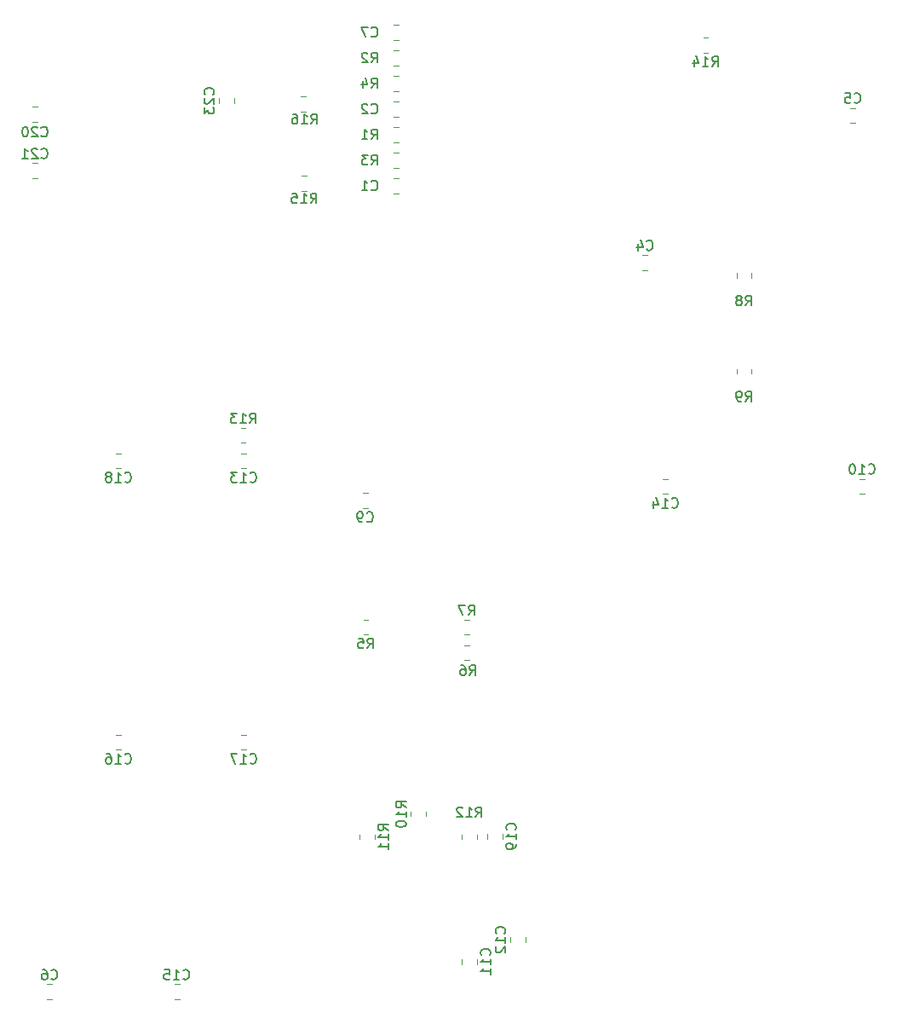
<source format=gbr>
%TF.GenerationSoftware,KiCad,Pcbnew,(5.1.9)-1*%
%TF.CreationDate,2021-05-09T07:52:10-04:00*%
%TF.ProjectId,cpu2,63707532-2e6b-4696-9361-645f70636258,rev?*%
%TF.SameCoordinates,Original*%
%TF.FileFunction,Legend,Bot*%
%TF.FilePolarity,Positive*%
%FSLAX46Y46*%
G04 Gerber Fmt 4.6, Leading zero omitted, Abs format (unit mm)*
G04 Created by KiCad (PCBNEW (5.1.9)-1) date 2021-05-09 07:52:10*
%MOMM*%
%LPD*%
G01*
G04 APERTURE LIST*
%ADD10C,0.120000*%
%ADD11C,0.150000*%
G04 APERTURE END LIST*
D10*
%TO.C,R16*%
X59917064Y-30707000D02*
X59462936Y-30707000D01*
X59917064Y-29237000D02*
X59462936Y-29237000D01*
%TO.C,R15*%
X60020564Y-38581000D02*
X59566436Y-38581000D01*
X60020564Y-37111000D02*
X59566436Y-37111000D01*
%TO.C,R14*%
X99467936Y-23395000D02*
X99922064Y-23395000D01*
X99467936Y-24865000D02*
X99922064Y-24865000D01*
%TO.C,C23*%
X51335000Y-29390748D02*
X51335000Y-29913252D01*
X52805000Y-29390748D02*
X52805000Y-29913252D01*
%TO.C,C21*%
X32758748Y-35841000D02*
X33281252Y-35841000D01*
X32758748Y-37311000D02*
X33281252Y-37311000D01*
%TO.C,C20*%
X32758748Y-30253000D02*
X33281252Y-30253000D01*
X32758748Y-31723000D02*
X33281252Y-31723000D01*
%TO.C,C19*%
X78005000Y-102943252D02*
X78005000Y-102420748D01*
X79475000Y-102943252D02*
X79475000Y-102420748D01*
%TO.C,C18*%
X41074748Y-64670000D02*
X41597252Y-64670000D01*
X41074748Y-66140000D02*
X41597252Y-66140000D01*
%TO.C,C17*%
X53520748Y-92610000D02*
X54043252Y-92610000D01*
X53520748Y-94080000D02*
X54043252Y-94080000D01*
%TO.C,C16*%
X41074748Y-92610000D02*
X41597252Y-92610000D01*
X41074748Y-94080000D02*
X41597252Y-94080000D01*
%TO.C,C15*%
X46916748Y-117375000D02*
X47439252Y-117375000D01*
X46916748Y-118845000D02*
X47439252Y-118845000D01*
%TO.C,C14*%
X95435748Y-68680000D02*
X95958252Y-68680000D01*
X95435748Y-67210000D02*
X95958252Y-67210000D01*
%TO.C,C13*%
X53520748Y-64670000D02*
X54043252Y-64670000D01*
X53520748Y-66140000D02*
X54043252Y-66140000D01*
%TO.C,C12*%
X80291000Y-112702748D02*
X80291000Y-113225252D01*
X81761000Y-112702748D02*
X81761000Y-113225252D01*
%TO.C,C11*%
X75465000Y-115389252D02*
X75465000Y-114866748D01*
X76935000Y-115389252D02*
X76935000Y-114866748D01*
%TO.C,C10*%
X115511252Y-68680000D02*
X114988748Y-68680000D01*
X115511252Y-67210000D02*
X114988748Y-67210000D01*
%TO.C,C9*%
X65585748Y-68607000D02*
X66108252Y-68607000D01*
X65585748Y-70077000D02*
X66108252Y-70077000D01*
%TO.C,R9*%
X104240000Y-56287936D02*
X104240000Y-56742064D01*
X102770000Y-56287936D02*
X102770000Y-56742064D01*
%TO.C,R13*%
X53971564Y-63600000D02*
X53517436Y-63600000D01*
X53971564Y-62130000D02*
X53517436Y-62130000D01*
%TO.C,R12*%
X75465000Y-102947064D02*
X75465000Y-102492936D01*
X76935000Y-102947064D02*
X76935000Y-102492936D01*
%TO.C,R11*%
X65305000Y-102947064D02*
X65305000Y-102492936D01*
X66775000Y-102947064D02*
X66775000Y-102492936D01*
%TO.C,R10*%
X71855000Y-100252936D02*
X71855000Y-100707064D01*
X70385000Y-100252936D02*
X70385000Y-100707064D01*
%TO.C,R8*%
X104240000Y-46762936D02*
X104240000Y-47217064D01*
X102770000Y-46762936D02*
X102770000Y-47217064D01*
%TO.C,R7*%
X76196564Y-82650000D02*
X75742436Y-82650000D01*
X76196564Y-81180000D02*
X75742436Y-81180000D01*
%TO.C,R6*%
X76196564Y-85190000D02*
X75742436Y-85190000D01*
X76196564Y-83720000D02*
X75742436Y-83720000D01*
%TO.C,R5*%
X65685936Y-81180000D02*
X66140064Y-81180000D01*
X65685936Y-82650000D02*
X66140064Y-82650000D01*
%TO.C,R4*%
X69164564Y-28675000D02*
X68710436Y-28675000D01*
X69164564Y-27205000D02*
X68710436Y-27205000D01*
%TO.C,R3*%
X69164564Y-38835000D02*
X68710436Y-38835000D01*
X69164564Y-37365000D02*
X68710436Y-37365000D01*
%TO.C,R2*%
X69164564Y-26135000D02*
X68710436Y-26135000D01*
X69164564Y-24665000D02*
X68710436Y-24665000D01*
%TO.C,R1*%
X69164564Y-33755000D02*
X68710436Y-33755000D01*
X69164564Y-32285000D02*
X68710436Y-32285000D01*
%TO.C,C7*%
X69161252Y-23595000D02*
X68638748Y-23595000D01*
X69161252Y-22125000D02*
X68638748Y-22125000D01*
%TO.C,C6*%
X34216748Y-117375000D02*
X34739252Y-117375000D01*
X34216748Y-118845000D02*
X34739252Y-118845000D01*
%TO.C,C5*%
X114561252Y-31850000D02*
X114038748Y-31850000D01*
X114561252Y-30380000D02*
X114038748Y-30380000D01*
%TO.C,C4*%
X93926252Y-46455000D02*
X93403748Y-46455000D01*
X93926252Y-44985000D02*
X93403748Y-44985000D01*
%TO.C,C2*%
X68638748Y-29745000D02*
X69161252Y-29745000D01*
X68638748Y-31215000D02*
X69161252Y-31215000D01*
%TO.C,C1*%
X68638748Y-34825000D02*
X69161252Y-34825000D01*
X68638748Y-36295000D02*
X69161252Y-36295000D01*
%TO.C,R16*%
D11*
X60483357Y-31948380D02*
X60816690Y-31472190D01*
X61054785Y-31948380D02*
X61054785Y-30948380D01*
X60673833Y-30948380D01*
X60578595Y-30996000D01*
X60530976Y-31043619D01*
X60483357Y-31138857D01*
X60483357Y-31281714D01*
X60530976Y-31376952D01*
X60578595Y-31424571D01*
X60673833Y-31472190D01*
X61054785Y-31472190D01*
X59530976Y-31948380D02*
X60102404Y-31948380D01*
X59816690Y-31948380D02*
X59816690Y-30948380D01*
X59911928Y-31091238D01*
X60007166Y-31186476D01*
X60102404Y-31234095D01*
X58673833Y-30948380D02*
X58864309Y-30948380D01*
X58959547Y-30996000D01*
X59007166Y-31043619D01*
X59102404Y-31186476D01*
X59150023Y-31376952D01*
X59150023Y-31757904D01*
X59102404Y-31853142D01*
X59054785Y-31900761D01*
X58959547Y-31948380D01*
X58769071Y-31948380D01*
X58673833Y-31900761D01*
X58626214Y-31853142D01*
X58578595Y-31757904D01*
X58578595Y-31519809D01*
X58626214Y-31424571D01*
X58673833Y-31376952D01*
X58769071Y-31329333D01*
X58959547Y-31329333D01*
X59054785Y-31376952D01*
X59102404Y-31424571D01*
X59150023Y-31519809D01*
%TO.C,R15*%
X60436357Y-39822380D02*
X60769690Y-39346190D01*
X61007785Y-39822380D02*
X61007785Y-38822380D01*
X60626833Y-38822380D01*
X60531595Y-38870000D01*
X60483976Y-38917619D01*
X60436357Y-39012857D01*
X60436357Y-39155714D01*
X60483976Y-39250952D01*
X60531595Y-39298571D01*
X60626833Y-39346190D01*
X61007785Y-39346190D01*
X59483976Y-39822380D02*
X60055404Y-39822380D01*
X59769690Y-39822380D02*
X59769690Y-38822380D01*
X59864928Y-38965238D01*
X59960166Y-39060476D01*
X60055404Y-39108095D01*
X58579214Y-38822380D02*
X59055404Y-38822380D01*
X59103023Y-39298571D01*
X59055404Y-39250952D01*
X58960166Y-39203333D01*
X58722071Y-39203333D01*
X58626833Y-39250952D01*
X58579214Y-39298571D01*
X58531595Y-39393809D01*
X58531595Y-39631904D01*
X58579214Y-39727142D01*
X58626833Y-39774761D01*
X58722071Y-39822380D01*
X58960166Y-39822380D01*
X59055404Y-39774761D01*
X59103023Y-39727142D01*
%TO.C,R14*%
X100337857Y-26232380D02*
X100671190Y-25756190D01*
X100909285Y-26232380D02*
X100909285Y-25232380D01*
X100528333Y-25232380D01*
X100433095Y-25280000D01*
X100385476Y-25327619D01*
X100337857Y-25422857D01*
X100337857Y-25565714D01*
X100385476Y-25660952D01*
X100433095Y-25708571D01*
X100528333Y-25756190D01*
X100909285Y-25756190D01*
X99385476Y-26232380D02*
X99956904Y-26232380D01*
X99671190Y-26232380D02*
X99671190Y-25232380D01*
X99766428Y-25375238D01*
X99861666Y-25470476D01*
X99956904Y-25518095D01*
X98528333Y-25565714D02*
X98528333Y-26232380D01*
X98766428Y-25184761D02*
X99004523Y-25899047D01*
X98385476Y-25899047D01*
%TO.C,C23*%
X50747142Y-29009142D02*
X50794761Y-28961523D01*
X50842380Y-28818666D01*
X50842380Y-28723428D01*
X50794761Y-28580571D01*
X50699523Y-28485333D01*
X50604285Y-28437714D01*
X50413809Y-28390095D01*
X50270952Y-28390095D01*
X50080476Y-28437714D01*
X49985238Y-28485333D01*
X49890000Y-28580571D01*
X49842380Y-28723428D01*
X49842380Y-28818666D01*
X49890000Y-28961523D01*
X49937619Y-29009142D01*
X49937619Y-29390095D02*
X49890000Y-29437714D01*
X49842380Y-29532952D01*
X49842380Y-29771047D01*
X49890000Y-29866285D01*
X49937619Y-29913904D01*
X50032857Y-29961523D01*
X50128095Y-29961523D01*
X50270952Y-29913904D01*
X50842380Y-29342476D01*
X50842380Y-29961523D01*
X49842380Y-30294857D02*
X49842380Y-30913904D01*
X50223333Y-30580571D01*
X50223333Y-30723428D01*
X50270952Y-30818666D01*
X50318571Y-30866285D01*
X50413809Y-30913904D01*
X50651904Y-30913904D01*
X50747142Y-30866285D01*
X50794761Y-30818666D01*
X50842380Y-30723428D01*
X50842380Y-30437714D01*
X50794761Y-30342476D01*
X50747142Y-30294857D01*
%TO.C,C21*%
X33662857Y-35282142D02*
X33710476Y-35329761D01*
X33853333Y-35377380D01*
X33948571Y-35377380D01*
X34091428Y-35329761D01*
X34186666Y-35234523D01*
X34234285Y-35139285D01*
X34281904Y-34948809D01*
X34281904Y-34805952D01*
X34234285Y-34615476D01*
X34186666Y-34520238D01*
X34091428Y-34425000D01*
X33948571Y-34377380D01*
X33853333Y-34377380D01*
X33710476Y-34425000D01*
X33662857Y-34472619D01*
X33281904Y-34472619D02*
X33234285Y-34425000D01*
X33139047Y-34377380D01*
X32900952Y-34377380D01*
X32805714Y-34425000D01*
X32758095Y-34472619D01*
X32710476Y-34567857D01*
X32710476Y-34663095D01*
X32758095Y-34805952D01*
X33329523Y-35377380D01*
X32710476Y-35377380D01*
X31758095Y-35377380D02*
X32329523Y-35377380D01*
X32043809Y-35377380D02*
X32043809Y-34377380D01*
X32139047Y-34520238D01*
X32234285Y-34615476D01*
X32329523Y-34663095D01*
%TO.C,C20*%
X33662857Y-33123142D02*
X33710476Y-33170761D01*
X33853333Y-33218380D01*
X33948571Y-33218380D01*
X34091428Y-33170761D01*
X34186666Y-33075523D01*
X34234285Y-32980285D01*
X34281904Y-32789809D01*
X34281904Y-32646952D01*
X34234285Y-32456476D01*
X34186666Y-32361238D01*
X34091428Y-32266000D01*
X33948571Y-32218380D01*
X33853333Y-32218380D01*
X33710476Y-32266000D01*
X33662857Y-32313619D01*
X33281904Y-32313619D02*
X33234285Y-32266000D01*
X33139047Y-32218380D01*
X32900952Y-32218380D01*
X32805714Y-32266000D01*
X32758095Y-32313619D01*
X32710476Y-32408857D01*
X32710476Y-32504095D01*
X32758095Y-32646952D01*
X33329523Y-33218380D01*
X32710476Y-33218380D01*
X32091428Y-32218380D02*
X31996190Y-32218380D01*
X31900952Y-32266000D01*
X31853333Y-32313619D01*
X31805714Y-32408857D01*
X31758095Y-32599333D01*
X31758095Y-32837428D01*
X31805714Y-33027904D01*
X31853333Y-33123142D01*
X31900952Y-33170761D01*
X31996190Y-33218380D01*
X32091428Y-33218380D01*
X32186666Y-33170761D01*
X32234285Y-33123142D01*
X32281904Y-33027904D01*
X32329523Y-32837428D01*
X32329523Y-32599333D01*
X32281904Y-32408857D01*
X32234285Y-32313619D01*
X32186666Y-32266000D01*
X32091428Y-32218380D01*
%TO.C,C19*%
X80777142Y-102039142D02*
X80824761Y-101991523D01*
X80872380Y-101848666D01*
X80872380Y-101753428D01*
X80824761Y-101610571D01*
X80729523Y-101515333D01*
X80634285Y-101467714D01*
X80443809Y-101420095D01*
X80300952Y-101420095D01*
X80110476Y-101467714D01*
X80015238Y-101515333D01*
X79920000Y-101610571D01*
X79872380Y-101753428D01*
X79872380Y-101848666D01*
X79920000Y-101991523D01*
X79967619Y-102039142D01*
X80872380Y-102991523D02*
X80872380Y-102420095D01*
X80872380Y-102705809D02*
X79872380Y-102705809D01*
X80015238Y-102610571D01*
X80110476Y-102515333D01*
X80158095Y-102420095D01*
X80872380Y-103467714D02*
X80872380Y-103658190D01*
X80824761Y-103753428D01*
X80777142Y-103801047D01*
X80634285Y-103896285D01*
X80443809Y-103943904D01*
X80062857Y-103943904D01*
X79967619Y-103896285D01*
X79920000Y-103848666D01*
X79872380Y-103753428D01*
X79872380Y-103562952D01*
X79920000Y-103467714D01*
X79967619Y-103420095D01*
X80062857Y-103372476D01*
X80300952Y-103372476D01*
X80396190Y-103420095D01*
X80443809Y-103467714D01*
X80491428Y-103562952D01*
X80491428Y-103753428D01*
X80443809Y-103848666D01*
X80396190Y-103896285D01*
X80300952Y-103943904D01*
%TO.C,C18*%
X41978857Y-67442142D02*
X42026476Y-67489761D01*
X42169333Y-67537380D01*
X42264571Y-67537380D01*
X42407428Y-67489761D01*
X42502666Y-67394523D01*
X42550285Y-67299285D01*
X42597904Y-67108809D01*
X42597904Y-66965952D01*
X42550285Y-66775476D01*
X42502666Y-66680238D01*
X42407428Y-66585000D01*
X42264571Y-66537380D01*
X42169333Y-66537380D01*
X42026476Y-66585000D01*
X41978857Y-66632619D01*
X41026476Y-67537380D02*
X41597904Y-67537380D01*
X41312190Y-67537380D02*
X41312190Y-66537380D01*
X41407428Y-66680238D01*
X41502666Y-66775476D01*
X41597904Y-66823095D01*
X40455047Y-66965952D02*
X40550285Y-66918333D01*
X40597904Y-66870714D01*
X40645523Y-66775476D01*
X40645523Y-66727857D01*
X40597904Y-66632619D01*
X40550285Y-66585000D01*
X40455047Y-66537380D01*
X40264571Y-66537380D01*
X40169333Y-66585000D01*
X40121714Y-66632619D01*
X40074095Y-66727857D01*
X40074095Y-66775476D01*
X40121714Y-66870714D01*
X40169333Y-66918333D01*
X40264571Y-66965952D01*
X40455047Y-66965952D01*
X40550285Y-67013571D01*
X40597904Y-67061190D01*
X40645523Y-67156428D01*
X40645523Y-67346904D01*
X40597904Y-67442142D01*
X40550285Y-67489761D01*
X40455047Y-67537380D01*
X40264571Y-67537380D01*
X40169333Y-67489761D01*
X40121714Y-67442142D01*
X40074095Y-67346904D01*
X40074095Y-67156428D01*
X40121714Y-67061190D01*
X40169333Y-67013571D01*
X40264571Y-66965952D01*
%TO.C,C17*%
X54424857Y-95382142D02*
X54472476Y-95429761D01*
X54615333Y-95477380D01*
X54710571Y-95477380D01*
X54853428Y-95429761D01*
X54948666Y-95334523D01*
X54996285Y-95239285D01*
X55043904Y-95048809D01*
X55043904Y-94905952D01*
X54996285Y-94715476D01*
X54948666Y-94620238D01*
X54853428Y-94525000D01*
X54710571Y-94477380D01*
X54615333Y-94477380D01*
X54472476Y-94525000D01*
X54424857Y-94572619D01*
X53472476Y-95477380D02*
X54043904Y-95477380D01*
X53758190Y-95477380D02*
X53758190Y-94477380D01*
X53853428Y-94620238D01*
X53948666Y-94715476D01*
X54043904Y-94763095D01*
X53139142Y-94477380D02*
X52472476Y-94477380D01*
X52901047Y-95477380D01*
%TO.C,C16*%
X41978857Y-95382142D02*
X42026476Y-95429761D01*
X42169333Y-95477380D01*
X42264571Y-95477380D01*
X42407428Y-95429761D01*
X42502666Y-95334523D01*
X42550285Y-95239285D01*
X42597904Y-95048809D01*
X42597904Y-94905952D01*
X42550285Y-94715476D01*
X42502666Y-94620238D01*
X42407428Y-94525000D01*
X42264571Y-94477380D01*
X42169333Y-94477380D01*
X42026476Y-94525000D01*
X41978857Y-94572619D01*
X41026476Y-95477380D02*
X41597904Y-95477380D01*
X41312190Y-95477380D02*
X41312190Y-94477380D01*
X41407428Y-94620238D01*
X41502666Y-94715476D01*
X41597904Y-94763095D01*
X40169333Y-94477380D02*
X40359809Y-94477380D01*
X40455047Y-94525000D01*
X40502666Y-94572619D01*
X40597904Y-94715476D01*
X40645523Y-94905952D01*
X40645523Y-95286904D01*
X40597904Y-95382142D01*
X40550285Y-95429761D01*
X40455047Y-95477380D01*
X40264571Y-95477380D01*
X40169333Y-95429761D01*
X40121714Y-95382142D01*
X40074095Y-95286904D01*
X40074095Y-95048809D01*
X40121714Y-94953571D01*
X40169333Y-94905952D01*
X40264571Y-94858333D01*
X40455047Y-94858333D01*
X40550285Y-94905952D01*
X40597904Y-94953571D01*
X40645523Y-95048809D01*
%TO.C,C15*%
X47759857Y-116816142D02*
X47807476Y-116863761D01*
X47950333Y-116911380D01*
X48045571Y-116911380D01*
X48188428Y-116863761D01*
X48283666Y-116768523D01*
X48331285Y-116673285D01*
X48378904Y-116482809D01*
X48378904Y-116339952D01*
X48331285Y-116149476D01*
X48283666Y-116054238D01*
X48188428Y-115959000D01*
X48045571Y-115911380D01*
X47950333Y-115911380D01*
X47807476Y-115959000D01*
X47759857Y-116006619D01*
X46807476Y-116911380D02*
X47378904Y-116911380D01*
X47093190Y-116911380D02*
X47093190Y-115911380D01*
X47188428Y-116054238D01*
X47283666Y-116149476D01*
X47378904Y-116197095D01*
X45902714Y-115911380D02*
X46378904Y-115911380D01*
X46426523Y-116387571D01*
X46378904Y-116339952D01*
X46283666Y-116292333D01*
X46045571Y-116292333D01*
X45950333Y-116339952D01*
X45902714Y-116387571D01*
X45855095Y-116482809D01*
X45855095Y-116720904D01*
X45902714Y-116816142D01*
X45950333Y-116863761D01*
X46045571Y-116911380D01*
X46283666Y-116911380D01*
X46378904Y-116863761D01*
X46426523Y-116816142D01*
%TO.C,C14*%
X96339857Y-69982142D02*
X96387476Y-70029761D01*
X96530333Y-70077380D01*
X96625571Y-70077380D01*
X96768428Y-70029761D01*
X96863666Y-69934523D01*
X96911285Y-69839285D01*
X96958904Y-69648809D01*
X96958904Y-69505952D01*
X96911285Y-69315476D01*
X96863666Y-69220238D01*
X96768428Y-69125000D01*
X96625571Y-69077380D01*
X96530333Y-69077380D01*
X96387476Y-69125000D01*
X96339857Y-69172619D01*
X95387476Y-70077380D02*
X95958904Y-70077380D01*
X95673190Y-70077380D02*
X95673190Y-69077380D01*
X95768428Y-69220238D01*
X95863666Y-69315476D01*
X95958904Y-69363095D01*
X94530333Y-69410714D02*
X94530333Y-70077380D01*
X94768428Y-69029761D02*
X95006523Y-69744047D01*
X94387476Y-69744047D01*
%TO.C,C13*%
X54424857Y-67442142D02*
X54472476Y-67489761D01*
X54615333Y-67537380D01*
X54710571Y-67537380D01*
X54853428Y-67489761D01*
X54948666Y-67394523D01*
X54996285Y-67299285D01*
X55043904Y-67108809D01*
X55043904Y-66965952D01*
X54996285Y-66775476D01*
X54948666Y-66680238D01*
X54853428Y-66585000D01*
X54710571Y-66537380D01*
X54615333Y-66537380D01*
X54472476Y-66585000D01*
X54424857Y-66632619D01*
X53472476Y-67537380D02*
X54043904Y-67537380D01*
X53758190Y-67537380D02*
X53758190Y-66537380D01*
X53853428Y-66680238D01*
X53948666Y-66775476D01*
X54043904Y-66823095D01*
X53139142Y-66537380D02*
X52520095Y-66537380D01*
X52853428Y-66918333D01*
X52710571Y-66918333D01*
X52615333Y-66965952D01*
X52567714Y-67013571D01*
X52520095Y-67108809D01*
X52520095Y-67346904D01*
X52567714Y-67442142D01*
X52615333Y-67489761D01*
X52710571Y-67537380D01*
X52996285Y-67537380D01*
X53091523Y-67489761D01*
X53139142Y-67442142D01*
%TO.C,C12*%
X79703142Y-112321142D02*
X79750761Y-112273523D01*
X79798380Y-112130666D01*
X79798380Y-112035428D01*
X79750761Y-111892571D01*
X79655523Y-111797333D01*
X79560285Y-111749714D01*
X79369809Y-111702095D01*
X79226952Y-111702095D01*
X79036476Y-111749714D01*
X78941238Y-111797333D01*
X78846000Y-111892571D01*
X78798380Y-112035428D01*
X78798380Y-112130666D01*
X78846000Y-112273523D01*
X78893619Y-112321142D01*
X79798380Y-113273523D02*
X79798380Y-112702095D01*
X79798380Y-112987809D02*
X78798380Y-112987809D01*
X78941238Y-112892571D01*
X79036476Y-112797333D01*
X79084095Y-112702095D01*
X78893619Y-113654476D02*
X78846000Y-113702095D01*
X78798380Y-113797333D01*
X78798380Y-114035428D01*
X78846000Y-114130666D01*
X78893619Y-114178285D01*
X78988857Y-114225904D01*
X79084095Y-114225904D01*
X79226952Y-114178285D01*
X79798380Y-113606857D01*
X79798380Y-114225904D01*
%TO.C,C11*%
X78237142Y-114485142D02*
X78284761Y-114437523D01*
X78332380Y-114294666D01*
X78332380Y-114199428D01*
X78284761Y-114056571D01*
X78189523Y-113961333D01*
X78094285Y-113913714D01*
X77903809Y-113866095D01*
X77760952Y-113866095D01*
X77570476Y-113913714D01*
X77475238Y-113961333D01*
X77380000Y-114056571D01*
X77332380Y-114199428D01*
X77332380Y-114294666D01*
X77380000Y-114437523D01*
X77427619Y-114485142D01*
X78332380Y-115437523D02*
X78332380Y-114866095D01*
X78332380Y-115151809D02*
X77332380Y-115151809D01*
X77475238Y-115056571D01*
X77570476Y-114961333D01*
X77618095Y-114866095D01*
X78332380Y-116389904D02*
X78332380Y-115818476D01*
X78332380Y-116104190D02*
X77332380Y-116104190D01*
X77475238Y-116008952D01*
X77570476Y-115913714D01*
X77618095Y-115818476D01*
%TO.C,C10*%
X115892857Y-66622142D02*
X115940476Y-66669761D01*
X116083333Y-66717380D01*
X116178571Y-66717380D01*
X116321428Y-66669761D01*
X116416666Y-66574523D01*
X116464285Y-66479285D01*
X116511904Y-66288809D01*
X116511904Y-66145952D01*
X116464285Y-65955476D01*
X116416666Y-65860238D01*
X116321428Y-65765000D01*
X116178571Y-65717380D01*
X116083333Y-65717380D01*
X115940476Y-65765000D01*
X115892857Y-65812619D01*
X114940476Y-66717380D02*
X115511904Y-66717380D01*
X115226190Y-66717380D02*
X115226190Y-65717380D01*
X115321428Y-65860238D01*
X115416666Y-65955476D01*
X115511904Y-66003095D01*
X114321428Y-65717380D02*
X114226190Y-65717380D01*
X114130952Y-65765000D01*
X114083333Y-65812619D01*
X114035714Y-65907857D01*
X113988095Y-66098333D01*
X113988095Y-66336428D01*
X114035714Y-66526904D01*
X114083333Y-66622142D01*
X114130952Y-66669761D01*
X114226190Y-66717380D01*
X114321428Y-66717380D01*
X114416666Y-66669761D01*
X114464285Y-66622142D01*
X114511904Y-66526904D01*
X114559523Y-66336428D01*
X114559523Y-66098333D01*
X114511904Y-65907857D01*
X114464285Y-65812619D01*
X114416666Y-65765000D01*
X114321428Y-65717380D01*
%TO.C,C9*%
X66013666Y-71379142D02*
X66061285Y-71426761D01*
X66204142Y-71474380D01*
X66299380Y-71474380D01*
X66442238Y-71426761D01*
X66537476Y-71331523D01*
X66585095Y-71236285D01*
X66632714Y-71045809D01*
X66632714Y-70902952D01*
X66585095Y-70712476D01*
X66537476Y-70617238D01*
X66442238Y-70522000D01*
X66299380Y-70474380D01*
X66204142Y-70474380D01*
X66061285Y-70522000D01*
X66013666Y-70569619D01*
X65537476Y-71474380D02*
X65347000Y-71474380D01*
X65251761Y-71426761D01*
X65204142Y-71379142D01*
X65108904Y-71236285D01*
X65061285Y-71045809D01*
X65061285Y-70664857D01*
X65108904Y-70569619D01*
X65156523Y-70522000D01*
X65251761Y-70474380D01*
X65442238Y-70474380D01*
X65537476Y-70522000D01*
X65585095Y-70569619D01*
X65632714Y-70664857D01*
X65632714Y-70902952D01*
X65585095Y-70998190D01*
X65537476Y-71045809D01*
X65442238Y-71093428D01*
X65251761Y-71093428D01*
X65156523Y-71045809D01*
X65108904Y-70998190D01*
X65061285Y-70902952D01*
%TO.C,R9*%
X103671666Y-59507380D02*
X104005000Y-59031190D01*
X104243095Y-59507380D02*
X104243095Y-58507380D01*
X103862142Y-58507380D01*
X103766904Y-58555000D01*
X103719285Y-58602619D01*
X103671666Y-58697857D01*
X103671666Y-58840714D01*
X103719285Y-58935952D01*
X103766904Y-58983571D01*
X103862142Y-59031190D01*
X104243095Y-59031190D01*
X103195476Y-59507380D02*
X103005000Y-59507380D01*
X102909761Y-59459761D01*
X102862142Y-59412142D01*
X102766904Y-59269285D01*
X102719285Y-59078809D01*
X102719285Y-58697857D01*
X102766904Y-58602619D01*
X102814523Y-58555000D01*
X102909761Y-58507380D01*
X103100238Y-58507380D01*
X103195476Y-58555000D01*
X103243095Y-58602619D01*
X103290714Y-58697857D01*
X103290714Y-58935952D01*
X103243095Y-59031190D01*
X103195476Y-59078809D01*
X103100238Y-59126428D01*
X102909761Y-59126428D01*
X102814523Y-59078809D01*
X102766904Y-59031190D01*
X102719285Y-58935952D01*
%TO.C,R13*%
X54387357Y-61667380D02*
X54720690Y-61191190D01*
X54958785Y-61667380D02*
X54958785Y-60667380D01*
X54577833Y-60667380D01*
X54482595Y-60715000D01*
X54434976Y-60762619D01*
X54387357Y-60857857D01*
X54387357Y-61000714D01*
X54434976Y-61095952D01*
X54482595Y-61143571D01*
X54577833Y-61191190D01*
X54958785Y-61191190D01*
X53434976Y-61667380D02*
X54006404Y-61667380D01*
X53720690Y-61667380D02*
X53720690Y-60667380D01*
X53815928Y-60810238D01*
X53911166Y-60905476D01*
X54006404Y-60953095D01*
X53101642Y-60667380D02*
X52482595Y-60667380D01*
X52815928Y-61048333D01*
X52673071Y-61048333D01*
X52577833Y-61095952D01*
X52530214Y-61143571D01*
X52482595Y-61238809D01*
X52482595Y-61476904D01*
X52530214Y-61572142D01*
X52577833Y-61619761D01*
X52673071Y-61667380D01*
X52958785Y-61667380D01*
X53054023Y-61619761D01*
X53101642Y-61572142D01*
%TO.C,R12*%
X76842857Y-100782380D02*
X77176190Y-100306190D01*
X77414285Y-100782380D02*
X77414285Y-99782380D01*
X77033333Y-99782380D01*
X76938095Y-99830000D01*
X76890476Y-99877619D01*
X76842857Y-99972857D01*
X76842857Y-100115714D01*
X76890476Y-100210952D01*
X76938095Y-100258571D01*
X77033333Y-100306190D01*
X77414285Y-100306190D01*
X75890476Y-100782380D02*
X76461904Y-100782380D01*
X76176190Y-100782380D02*
X76176190Y-99782380D01*
X76271428Y-99925238D01*
X76366666Y-100020476D01*
X76461904Y-100068095D01*
X75509523Y-99877619D02*
X75461904Y-99830000D01*
X75366666Y-99782380D01*
X75128571Y-99782380D01*
X75033333Y-99830000D01*
X74985714Y-99877619D01*
X74938095Y-99972857D01*
X74938095Y-100068095D01*
X74985714Y-100210952D01*
X75557142Y-100782380D01*
X74938095Y-100782380D01*
%TO.C,R11*%
X68142380Y-102077142D02*
X67666190Y-101743809D01*
X68142380Y-101505714D02*
X67142380Y-101505714D01*
X67142380Y-101886666D01*
X67190000Y-101981904D01*
X67237619Y-102029523D01*
X67332857Y-102077142D01*
X67475714Y-102077142D01*
X67570952Y-102029523D01*
X67618571Y-101981904D01*
X67666190Y-101886666D01*
X67666190Y-101505714D01*
X68142380Y-103029523D02*
X68142380Y-102458095D01*
X68142380Y-102743809D02*
X67142380Y-102743809D01*
X67285238Y-102648571D01*
X67380476Y-102553333D01*
X67428095Y-102458095D01*
X68142380Y-103981904D02*
X68142380Y-103410476D01*
X68142380Y-103696190D02*
X67142380Y-103696190D01*
X67285238Y-103600952D01*
X67380476Y-103505714D01*
X67428095Y-103410476D01*
%TO.C,R10*%
X69921380Y-99837142D02*
X69445190Y-99503809D01*
X69921380Y-99265714D02*
X68921380Y-99265714D01*
X68921380Y-99646666D01*
X68969000Y-99741904D01*
X69016619Y-99789523D01*
X69111857Y-99837142D01*
X69254714Y-99837142D01*
X69349952Y-99789523D01*
X69397571Y-99741904D01*
X69445190Y-99646666D01*
X69445190Y-99265714D01*
X69921380Y-100789523D02*
X69921380Y-100218095D01*
X69921380Y-100503809D02*
X68921380Y-100503809D01*
X69064238Y-100408571D01*
X69159476Y-100313333D01*
X69207095Y-100218095D01*
X68921380Y-101408571D02*
X68921380Y-101503809D01*
X68969000Y-101599047D01*
X69016619Y-101646666D01*
X69111857Y-101694285D01*
X69302333Y-101741904D01*
X69540428Y-101741904D01*
X69730904Y-101694285D01*
X69826142Y-101646666D01*
X69873761Y-101599047D01*
X69921380Y-101503809D01*
X69921380Y-101408571D01*
X69873761Y-101313333D01*
X69826142Y-101265714D01*
X69730904Y-101218095D01*
X69540428Y-101170476D01*
X69302333Y-101170476D01*
X69111857Y-101218095D01*
X69016619Y-101265714D01*
X68969000Y-101313333D01*
X68921380Y-101408571D01*
%TO.C,R8*%
X103671666Y-49982380D02*
X104005000Y-49506190D01*
X104243095Y-49982380D02*
X104243095Y-48982380D01*
X103862142Y-48982380D01*
X103766904Y-49030000D01*
X103719285Y-49077619D01*
X103671666Y-49172857D01*
X103671666Y-49315714D01*
X103719285Y-49410952D01*
X103766904Y-49458571D01*
X103862142Y-49506190D01*
X104243095Y-49506190D01*
X103100238Y-49410952D02*
X103195476Y-49363333D01*
X103243095Y-49315714D01*
X103290714Y-49220476D01*
X103290714Y-49172857D01*
X103243095Y-49077619D01*
X103195476Y-49030000D01*
X103100238Y-48982380D01*
X102909761Y-48982380D01*
X102814523Y-49030000D01*
X102766904Y-49077619D01*
X102719285Y-49172857D01*
X102719285Y-49220476D01*
X102766904Y-49315714D01*
X102814523Y-49363333D01*
X102909761Y-49410952D01*
X103100238Y-49410952D01*
X103195476Y-49458571D01*
X103243095Y-49506190D01*
X103290714Y-49601428D01*
X103290714Y-49791904D01*
X103243095Y-49887142D01*
X103195476Y-49934761D01*
X103100238Y-49982380D01*
X102909761Y-49982380D01*
X102814523Y-49934761D01*
X102766904Y-49887142D01*
X102719285Y-49791904D01*
X102719285Y-49601428D01*
X102766904Y-49506190D01*
X102814523Y-49458571D01*
X102909761Y-49410952D01*
%TO.C,R7*%
X76136166Y-80717380D02*
X76469500Y-80241190D01*
X76707595Y-80717380D02*
X76707595Y-79717380D01*
X76326642Y-79717380D01*
X76231404Y-79765000D01*
X76183785Y-79812619D01*
X76136166Y-79907857D01*
X76136166Y-80050714D01*
X76183785Y-80145952D01*
X76231404Y-80193571D01*
X76326642Y-80241190D01*
X76707595Y-80241190D01*
X75802833Y-79717380D02*
X75136166Y-79717380D01*
X75564738Y-80717380D01*
%TO.C,R6*%
X76239666Y-86685380D02*
X76573000Y-86209190D01*
X76811095Y-86685380D02*
X76811095Y-85685380D01*
X76430142Y-85685380D01*
X76334904Y-85733000D01*
X76287285Y-85780619D01*
X76239666Y-85875857D01*
X76239666Y-86018714D01*
X76287285Y-86113952D01*
X76334904Y-86161571D01*
X76430142Y-86209190D01*
X76811095Y-86209190D01*
X75382523Y-85685380D02*
X75573000Y-85685380D01*
X75668238Y-85733000D01*
X75715857Y-85780619D01*
X75811095Y-85923476D01*
X75858714Y-86113952D01*
X75858714Y-86494904D01*
X75811095Y-86590142D01*
X75763476Y-86637761D01*
X75668238Y-86685380D01*
X75477761Y-86685380D01*
X75382523Y-86637761D01*
X75334904Y-86590142D01*
X75287285Y-86494904D01*
X75287285Y-86256809D01*
X75334904Y-86161571D01*
X75382523Y-86113952D01*
X75477761Y-86066333D01*
X75668238Y-86066333D01*
X75763476Y-86113952D01*
X75811095Y-86161571D01*
X75858714Y-86256809D01*
%TO.C,R5*%
X66079666Y-84017380D02*
X66413000Y-83541190D01*
X66651095Y-84017380D02*
X66651095Y-83017380D01*
X66270142Y-83017380D01*
X66174904Y-83065000D01*
X66127285Y-83112619D01*
X66079666Y-83207857D01*
X66079666Y-83350714D01*
X66127285Y-83445952D01*
X66174904Y-83493571D01*
X66270142Y-83541190D01*
X66651095Y-83541190D01*
X65174904Y-83017380D02*
X65651095Y-83017380D01*
X65698714Y-83493571D01*
X65651095Y-83445952D01*
X65555857Y-83398333D01*
X65317761Y-83398333D01*
X65222523Y-83445952D01*
X65174904Y-83493571D01*
X65127285Y-83588809D01*
X65127285Y-83826904D01*
X65174904Y-83922142D01*
X65222523Y-83969761D01*
X65317761Y-84017380D01*
X65555857Y-84017380D01*
X65651095Y-83969761D01*
X65698714Y-83922142D01*
%TO.C,R4*%
X66460666Y-28392380D02*
X66794000Y-27916190D01*
X67032095Y-28392380D02*
X67032095Y-27392380D01*
X66651142Y-27392380D01*
X66555904Y-27440000D01*
X66508285Y-27487619D01*
X66460666Y-27582857D01*
X66460666Y-27725714D01*
X66508285Y-27820952D01*
X66555904Y-27868571D01*
X66651142Y-27916190D01*
X67032095Y-27916190D01*
X65603523Y-27725714D02*
X65603523Y-28392380D01*
X65841619Y-27344761D02*
X66079714Y-28059047D01*
X65460666Y-28059047D01*
%TO.C,R3*%
X66460666Y-36012380D02*
X66794000Y-35536190D01*
X67032095Y-36012380D02*
X67032095Y-35012380D01*
X66651142Y-35012380D01*
X66555904Y-35060000D01*
X66508285Y-35107619D01*
X66460666Y-35202857D01*
X66460666Y-35345714D01*
X66508285Y-35440952D01*
X66555904Y-35488571D01*
X66651142Y-35536190D01*
X67032095Y-35536190D01*
X66127333Y-35012380D02*
X65508285Y-35012380D01*
X65841619Y-35393333D01*
X65698761Y-35393333D01*
X65603523Y-35440952D01*
X65555904Y-35488571D01*
X65508285Y-35583809D01*
X65508285Y-35821904D01*
X65555904Y-35917142D01*
X65603523Y-35964761D01*
X65698761Y-36012380D01*
X65984476Y-36012380D01*
X66079714Y-35964761D01*
X66127333Y-35917142D01*
%TO.C,R2*%
X66460666Y-25852380D02*
X66794000Y-25376190D01*
X67032095Y-25852380D02*
X67032095Y-24852380D01*
X66651142Y-24852380D01*
X66555904Y-24900000D01*
X66508285Y-24947619D01*
X66460666Y-25042857D01*
X66460666Y-25185714D01*
X66508285Y-25280952D01*
X66555904Y-25328571D01*
X66651142Y-25376190D01*
X67032095Y-25376190D01*
X66079714Y-24947619D02*
X66032095Y-24900000D01*
X65936857Y-24852380D01*
X65698761Y-24852380D01*
X65603523Y-24900000D01*
X65555904Y-24947619D01*
X65508285Y-25042857D01*
X65508285Y-25138095D01*
X65555904Y-25280952D01*
X66127333Y-25852380D01*
X65508285Y-25852380D01*
%TO.C,R1*%
X66460666Y-33472380D02*
X66794000Y-32996190D01*
X67032095Y-33472380D02*
X67032095Y-32472380D01*
X66651142Y-32472380D01*
X66555904Y-32520000D01*
X66508285Y-32567619D01*
X66460666Y-32662857D01*
X66460666Y-32805714D01*
X66508285Y-32900952D01*
X66555904Y-32948571D01*
X66651142Y-32996190D01*
X67032095Y-32996190D01*
X65508285Y-33472380D02*
X66079714Y-33472380D01*
X65794000Y-33472380D02*
X65794000Y-32472380D01*
X65889238Y-32615238D01*
X65984476Y-32710476D01*
X66079714Y-32758095D01*
%TO.C,C7*%
X66460666Y-23217142D02*
X66508285Y-23264761D01*
X66651142Y-23312380D01*
X66746380Y-23312380D01*
X66889238Y-23264761D01*
X66984476Y-23169523D01*
X67032095Y-23074285D01*
X67079714Y-22883809D01*
X67079714Y-22740952D01*
X67032095Y-22550476D01*
X66984476Y-22455238D01*
X66889238Y-22360000D01*
X66746380Y-22312380D01*
X66651142Y-22312380D01*
X66508285Y-22360000D01*
X66460666Y-22407619D01*
X66127333Y-22312380D02*
X65460666Y-22312380D01*
X65889238Y-23312380D01*
%TO.C,C6*%
X34644666Y-116816142D02*
X34692285Y-116863761D01*
X34835142Y-116911380D01*
X34930380Y-116911380D01*
X35073238Y-116863761D01*
X35168476Y-116768523D01*
X35216095Y-116673285D01*
X35263714Y-116482809D01*
X35263714Y-116339952D01*
X35216095Y-116149476D01*
X35168476Y-116054238D01*
X35073238Y-115959000D01*
X34930380Y-115911380D01*
X34835142Y-115911380D01*
X34692285Y-115959000D01*
X34644666Y-116006619D01*
X33787523Y-115911380D02*
X33978000Y-115911380D01*
X34073238Y-115959000D01*
X34120857Y-116006619D01*
X34216095Y-116149476D01*
X34263714Y-116339952D01*
X34263714Y-116720904D01*
X34216095Y-116816142D01*
X34168476Y-116863761D01*
X34073238Y-116911380D01*
X33882761Y-116911380D01*
X33787523Y-116863761D01*
X33739904Y-116816142D01*
X33692285Y-116720904D01*
X33692285Y-116482809D01*
X33739904Y-116387571D01*
X33787523Y-116339952D01*
X33882761Y-116292333D01*
X34073238Y-116292333D01*
X34168476Y-116339952D01*
X34216095Y-116387571D01*
X34263714Y-116482809D01*
%TO.C,C5*%
X114466666Y-29792142D02*
X114514285Y-29839761D01*
X114657142Y-29887380D01*
X114752380Y-29887380D01*
X114895238Y-29839761D01*
X114990476Y-29744523D01*
X115038095Y-29649285D01*
X115085714Y-29458809D01*
X115085714Y-29315952D01*
X115038095Y-29125476D01*
X114990476Y-29030238D01*
X114895238Y-28935000D01*
X114752380Y-28887380D01*
X114657142Y-28887380D01*
X114514285Y-28935000D01*
X114466666Y-28982619D01*
X113561904Y-28887380D02*
X114038095Y-28887380D01*
X114085714Y-29363571D01*
X114038095Y-29315952D01*
X113942857Y-29268333D01*
X113704761Y-29268333D01*
X113609523Y-29315952D01*
X113561904Y-29363571D01*
X113514285Y-29458809D01*
X113514285Y-29696904D01*
X113561904Y-29792142D01*
X113609523Y-29839761D01*
X113704761Y-29887380D01*
X113942857Y-29887380D01*
X114038095Y-29839761D01*
X114085714Y-29792142D01*
%TO.C,C4*%
X93831666Y-44397142D02*
X93879285Y-44444761D01*
X94022142Y-44492380D01*
X94117380Y-44492380D01*
X94260238Y-44444761D01*
X94355476Y-44349523D01*
X94403095Y-44254285D01*
X94450714Y-44063809D01*
X94450714Y-43920952D01*
X94403095Y-43730476D01*
X94355476Y-43635238D01*
X94260238Y-43540000D01*
X94117380Y-43492380D01*
X94022142Y-43492380D01*
X93879285Y-43540000D01*
X93831666Y-43587619D01*
X92974523Y-43825714D02*
X92974523Y-44492380D01*
X93212619Y-43444761D02*
X93450714Y-44159047D01*
X92831666Y-44159047D01*
%TO.C,C2*%
X66460666Y-30837142D02*
X66508285Y-30884761D01*
X66651142Y-30932380D01*
X66746380Y-30932380D01*
X66889238Y-30884761D01*
X66984476Y-30789523D01*
X67032095Y-30694285D01*
X67079714Y-30503809D01*
X67079714Y-30360952D01*
X67032095Y-30170476D01*
X66984476Y-30075238D01*
X66889238Y-29980000D01*
X66746380Y-29932380D01*
X66651142Y-29932380D01*
X66508285Y-29980000D01*
X66460666Y-30027619D01*
X66079714Y-30027619D02*
X66032095Y-29980000D01*
X65936857Y-29932380D01*
X65698761Y-29932380D01*
X65603523Y-29980000D01*
X65555904Y-30027619D01*
X65508285Y-30122857D01*
X65508285Y-30218095D01*
X65555904Y-30360952D01*
X66127333Y-30932380D01*
X65508285Y-30932380D01*
%TO.C,C1*%
X66460666Y-38457142D02*
X66508285Y-38504761D01*
X66651142Y-38552380D01*
X66746380Y-38552380D01*
X66889238Y-38504761D01*
X66984476Y-38409523D01*
X67032095Y-38314285D01*
X67079714Y-38123809D01*
X67079714Y-37980952D01*
X67032095Y-37790476D01*
X66984476Y-37695238D01*
X66889238Y-37600000D01*
X66746380Y-37552380D01*
X66651142Y-37552380D01*
X66508285Y-37600000D01*
X66460666Y-37647619D01*
X65508285Y-38552380D02*
X66079714Y-38552380D01*
X65794000Y-38552380D02*
X65794000Y-37552380D01*
X65889238Y-37695238D01*
X65984476Y-37790476D01*
X66079714Y-37838095D01*
%TD*%
M02*

</source>
